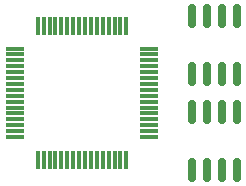
<source format=gbr>
%TF.GenerationSoftware,KiCad,Pcbnew,8.0.9-8.0.9-0~ubuntu22.04.1*%
%TF.CreationDate,2025-04-29T10:25:46+09:00*%
%TF.ProjectId,CANGatewayE,43414e47-6174-4657-9761-79452e6b6963,rev?*%
%TF.SameCoordinates,Original*%
%TF.FileFunction,Paste,Bot*%
%TF.FilePolarity,Positive*%
%FSLAX46Y46*%
G04 Gerber Fmt 4.6, Leading zero omitted, Abs format (unit mm)*
G04 Created by KiCad (PCBNEW 8.0.9-8.0.9-0~ubuntu22.04.1) date 2025-04-29 10:25:46*
%MOMM*%
%LPD*%
G01*
G04 APERTURE LIST*
G04 Aperture macros list*
%AMRoundRect*
0 Rectangle with rounded corners*
0 $1 Rounding radius*
0 $2 $3 $4 $5 $6 $7 $8 $9 X,Y pos of 4 corners*
0 Add a 4 corners polygon primitive as box body*
4,1,4,$2,$3,$4,$5,$6,$7,$8,$9,$2,$3,0*
0 Add four circle primitives for the rounded corners*
1,1,$1+$1,$2,$3*
1,1,$1+$1,$4,$5*
1,1,$1+$1,$6,$7*
1,1,$1+$1,$8,$9*
0 Add four rect primitives between the rounded corners*
20,1,$1+$1,$2,$3,$4,$5,0*
20,1,$1+$1,$4,$5,$6,$7,0*
20,1,$1+$1,$6,$7,$8,$9,0*
20,1,$1+$1,$8,$9,$2,$3,0*%
G04 Aperture macros list end*
%ADD10RoundRect,0.150000X0.150000X-0.825000X0.150000X0.825000X-0.150000X0.825000X-0.150000X-0.825000X0*%
%ADD11RoundRect,0.150000X-0.150000X0.825000X-0.150000X-0.825000X0.150000X-0.825000X0.150000X0.825000X0*%
%ADD12RoundRect,0.075000X0.075000X-0.700000X0.075000X0.700000X-0.075000X0.700000X-0.075000X-0.700000X0*%
%ADD13RoundRect,0.075000X0.700000X-0.075000X0.700000X0.075000X-0.700000X0.075000X-0.700000X-0.075000X0*%
G04 APERTURE END LIST*
D10*
%TO.C,U4*%
X48641000Y14289000D03*
X47371000Y14289000D03*
X46101000Y14289000D03*
X44831000Y14289000D03*
X44831000Y19239000D03*
X46101000Y19239000D03*
X47371000Y19239000D03*
X48641000Y19239000D03*
%TD*%
D11*
%TO.C,U3*%
X44831000Y11111000D03*
X46101000Y11111000D03*
X47371000Y11111000D03*
X48641000Y11111000D03*
X48641000Y6161000D03*
X47371000Y6161000D03*
X46101000Y6161000D03*
X44831000Y6161000D03*
%TD*%
D12*
%TO.C,U1*%
X39310000Y7025000D03*
X38810000Y7025000D03*
X38310000Y7025000D03*
X37810000Y7025000D03*
X37310000Y7025000D03*
X36810000Y7025000D03*
X36310000Y7025000D03*
X35810000Y7025000D03*
X35310000Y7025000D03*
X34810000Y7025000D03*
X34310000Y7025000D03*
X33810000Y7025000D03*
X33310000Y7025000D03*
X32810000Y7025000D03*
X32310000Y7025000D03*
X31810000Y7025000D03*
D13*
X29885000Y8950000D03*
X29885000Y9450000D03*
X29885000Y9950000D03*
X29885000Y10450000D03*
X29885000Y10950000D03*
X29885000Y11450000D03*
X29885000Y11950000D03*
X29885000Y12450000D03*
X29885000Y12950000D03*
X29885000Y13450000D03*
X29885000Y13950000D03*
X29885000Y14450000D03*
X29885000Y14950000D03*
X29885000Y15450000D03*
X29885000Y15950000D03*
X29885000Y16450000D03*
D12*
X31810000Y18375000D03*
X32310000Y18375000D03*
X32810000Y18375000D03*
X33310000Y18375000D03*
X33810000Y18375000D03*
X34310000Y18375000D03*
X34810000Y18375000D03*
X35310000Y18375000D03*
X35810000Y18375000D03*
X36310000Y18375000D03*
X36810000Y18375000D03*
X37310000Y18375000D03*
X37810000Y18375000D03*
X38310000Y18375000D03*
X38810000Y18375000D03*
X39310000Y18375000D03*
D13*
X41235000Y16450000D03*
X41235000Y15950000D03*
X41235000Y15450000D03*
X41235000Y14950000D03*
X41235000Y14450000D03*
X41235000Y13950000D03*
X41235000Y13450000D03*
X41235000Y12950000D03*
X41235000Y12450000D03*
X41235000Y11950000D03*
X41235000Y11450000D03*
X41235000Y10950000D03*
X41235000Y10450000D03*
X41235000Y9950000D03*
X41235000Y9450000D03*
X41235000Y8950000D03*
%TD*%
M02*

</source>
